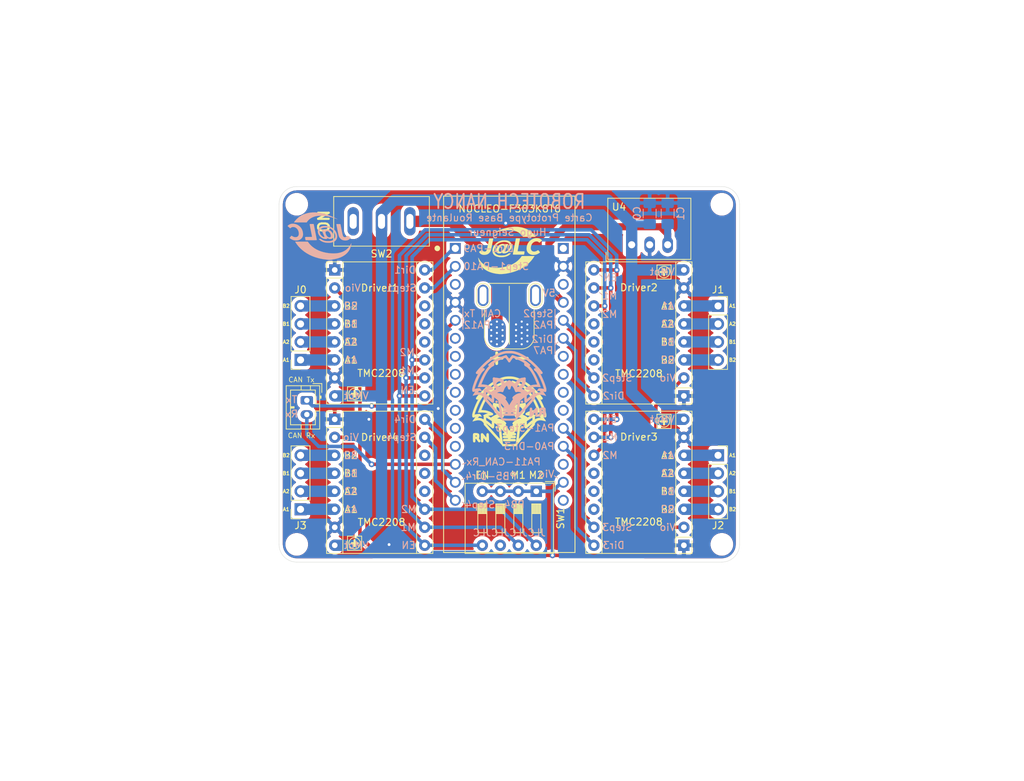
<source format=kicad_pcb>
(kicad_pcb (version 20171130) (host pcbnew "(5.1.4)-1")
  (layers (0 F.Cu signal) (31 B.Cu signal) (34 B.Paste user) (35 F.Paste user) (36 B.SilkS user) (37 F.SilkS user) (38 B.Mask user) (39 F.Mask user) (44 Edge.Cuts user))
  (net 0 "")
  (net 1 +BATT)
  (net 2 GND)
  (net 3 M2)
  (net 4 M1)
  (net 5 EN)
  (net 6 CAN_Rx)
  (net 7 CAN_Tx)
  (net 8 +5V)
  (net 9 Vio)
  (net 10 Dir2)
  (net 11 Dir1)
  (net 12 Dir0)
  (net 13 Stp3)
  (net 14 Stp2)
  (net 15 Stp1)
  (net 16 Stp0)
  (net 17 Dir3)
  (net 18 "Net-(SW1-Pad6)")
  (net 19 "Net-(SW2-Pad3)")
  (net 20 "Net-(J4-Pad1)")
  (net 21 "Net-(Driver1-Pad3)")
  (net 22 "Net-(Driver1-Pad4)")
  (net 23 "Net-(Driver1-Pad5)")
  (net 24 "Net-(Driver1-Pad6)")
  (net 25 "Net-(Driver1-Pad11)")
  (net 26 "Net-(Driver1-Pad12)")
  (net 27 "Net-(Driver1-Pad13)")
  (net 28 "Net-(Driver2-Pad3)")
  (net 29 "Net-(Driver2-Pad4)")
  (net 30 "Net-(Driver2-Pad5)")
  (net 31 "Net-(Driver2-Pad6)")
  (net 32 "Net-(Driver2-Pad11)")
  (net 33 "Net-(Driver2-Pad12)")
  (net 34 "Net-(Driver2-Pad13)")
  (net 35 "Net-(Driver3-Pad3)")
  (net 36 "Net-(Driver3-Pad4)")
  (net 37 "Net-(Driver3-Pad5)")
  (net 38 "Net-(Driver3-Pad6)")
  (net 39 "Net-(Driver3-Pad11)")
  (net 40 "Net-(Driver3-Pad12)")
  (net 41 "Net-(Driver3-Pad13)")
  (net 42 "Net-(Driver4-Pad3)")
  (net 43 "Net-(Driver4-Pad4)")
  (net 44 "Net-(Driver4-Pad5)")
  (net 45 "Net-(Driver4-Pad6)")
  (net 46 "Net-(Driver4-Pad11)")
  (net 47 "Net-(Driver4-Pad12)")
  (net 48 "Net-(Driver4-Pad13)")
  (net 49 "Net-(NUCLEO-F303K8T6-Pad4.15)")
  (net 50 "Net-(NUCLEO-F303K8T6-Pad4.13)")
  (net 51 "Net-(NUCLEO-F303K8T6-Pad3.12)")
  (net 52 "Net-(NUCLEO-F303K8T6-Pad3.11)")
  (net 53 "Net-(NUCLEO-F303K8T6-Pad4.10)")
  (net 54 "Net-(NUCLEO-F303K8T6-Pad3.10)")
  (net 55 "Net-(NUCLEO-F303K8T6-Pad4.9)")
  (net 56 "Net-(NUCLEO-F303K8T6-Pad3.9)")
  (net 57 "Net-(NUCLEO-F303K8T6-Pad4.8)")
  (net 58 "Net-(NUCLEO-F303K8T6-Pad3.8)")
  (net 59 "Net-(NUCLEO-F303K8T6-Pad4.7)")
  (net 60 "Net-(NUCLEO-F303K8T6-Pad3.7)")
  (net 61 "Net-(NUCLEO-F303K8T6-Pad3.6)")
  (net 62 "Net-(NUCLEO-F303K8T6-Pad4.3)")
  (net 63 "Net-(NUCLEO-F303K8T6-Pad3.3)")
  (net 64 "Net-(NUCLEO-F303K8T6-Pad4.1)")
  (module Trinamic_Drivers:TMC_2208_BOB (layer F.Cu) (at 92.964 87.884 180)
    (fp_text reference Driver1 (at 0.0005 6.35) (layer F.SilkS))
    (fp_text value TMC2208)
    (pad 1 thru_hole rect (at 6.35 8.89 180) (size 1.6 1.6) (drill 0.8) (layers *.Cu *.Mask) (net 2 GND))
    (pad 2 thru_hole circle (at 6.35 6.35 180) (size 1.6 1.6) (drill 0.8) (layers *.Cu *.Mask) (net 9 Vio))
    (pad 3 thru_hole circle (at 6.35 3.81 180) (size 1.6 1.6) (drill 0.8) (layers *.Cu *.Mask) (net 21 "Net-(Driver1-Pad3)"))
    (pad 4 thru_hole circle (at 6.35 1.27 180) (size 1.6 1.6) (drill 0.8) (layers *.Cu *.Mask) (net 22 "Net-(Driver1-Pad4)"))
    (pad 5 thru_hole circle (at 6.35 -1.27 180) (size 1.6 1.6) (drill 0.8) (layers *.Cu *.Mask) (net 23 "Net-(Driver1-Pad5)"))
    (pad 6 thru_hole circle (at 6.35 -3.81 180) (size 1.6 1.6) (drill 0.8) (layers *.Cu *.Mask) (net 24 "Net-(Driver1-Pad6)"))
    (pad 7 thru_hole circle (at 6.35 -6.35 180) (size 1.6 1.6) (drill 0.8) (layers *.Cu *.Mask Eco2.User) (net 2 GND))
    (pad 8 thru_hole circle (at 6.35 -8.89 180) (size 1.6 1.6) (drill 0.8) (layers *.Cu *.Mask) (net 1 +BATT))
    (pad 9 thru_hole circle (at -6.35 8.89 180) (size 1.6 1.6) (drill 0.8) (layers *.Cu *.Mask) (net 12 Dir0))
    (pad 10 thru_hole circle (at -6.35 6.35 180) (size 1.6 1.6) (drill 0.8) (layers *.Cu *.Mask) (net 16 Stp0))
    (pad 11 thru_hole circle (at -6.35 3.81 180) (size 1.6 1.6) (drill 0.8) (layers *.Cu *.Mask) (net 25 "Net-(Driver1-Pad11)"))
    (pad 12 thru_hole circle (at -6.35 1.27 180) (size 1.6 1.6) (drill 0.8) (layers *.Cu *.Mask) (net 26 "Net-(Driver1-Pad12)"))
    (pad 13 thru_hole circle (at -6.35 -1.27 180) (size 1.6 1.6) (drill 0.8) (layers *.Cu *.Mask) (net 27 "Net-(Driver1-Pad13)"))
    (pad 14 thru_hole circle (at -6.35 -3.81 180) (size 1.6 1.6) (drill 0.8) (layers *.Cu *.Mask) (net 3 M2))
    (pad 15 thru_hole circle (at -6.35 -6.35 180) (size 1.6 1.6) (drill 0.8) (layers *.Cu *.Mask) (net 4 M1))
    (pad 16 thru_hole circle (at -6.35 -8.89 180) (size 1.6 1.6) (drill 0.8) (layers *.Cu *.Mask) (net 5 EN))
  )
  (module Trinamic_Drivers:TMC_2208_BOB (layer F.Cu) (at 92.964 108.966 180)
    (fp_text reference Driver4 (at 0 6.35) (layer F.SilkS))
    (fp_text value TMC2208)
    (pad 1 thru_hole rect (at 6.35 8.89 180) (size 1.6 1.6) (drill 0.8) (layers *.Cu *.Mask) (net 2 GND))
    (pad 2 thru_hole circle (at 6.35 6.35 180) (size 1.6 1.6) (drill 0.8) (layers *.Cu *.Mask) (net 9 Vio))
    (pad 3 thru_hole circle (at 6.35 3.81 180) (size 1.6 1.6) (drill 0.8) (layers *.Cu *.Mask) (net 42 "Net-(Driver4-Pad3)"))
    (pad 4 thru_hole circle (at 6.35 1.27 180) (size 1.6 1.6) (drill 0.8) (layers *.Cu *.Mask) (net 43 "Net-(Driver4-Pad4)"))
    (pad 5 thru_hole circle (at 6.35 -1.27 180) (size 1.6 1.6) (drill 0.8) (layers *.Cu *.Mask) (net 44 "Net-(Driver4-Pad5)"))
    (pad 6 thru_hole circle (at 6.35 -3.81 180) (size 1.6 1.6) (drill 0.8) (layers *.Cu *.Mask) (net 45 "Net-(Driver4-Pad6)"))
    (pad 7 thru_hole circle (at 6.35 -6.35 180) (size 1.6 1.6) (drill 0.8) (layers *.Cu *.Mask Eco2.User) (net 2 GND))
    (pad 8 thru_hole circle (at 6.35 -8.89 180) (size 1.6 1.6) (drill 0.8) (layers *.Cu *.Mask) (net 1 +BATT))
    (pad 9 thru_hole circle (at -6.35 8.89 180) (size 1.6 1.6) (drill 0.8) (layers *.Cu *.Mask) (net 17 Dir3))
    (pad 10 thru_hole circle (at -6.35 6.35 180) (size 1.6 1.6) (drill 0.8) (layers *.Cu *.Mask) (net 13 Stp3))
    (pad 11 thru_hole circle (at -6.35 3.81 180) (size 1.6 1.6) (drill 0.8) (layers *.Cu *.Mask) (net 46 "Net-(Driver4-Pad11)"))
    (pad 12 thru_hole circle (at -6.35 1.27 180) (size 1.6 1.6) (drill 0.8) (layers *.Cu *.Mask) (net 47 "Net-(Driver4-Pad12)"))
    (pad 13 thru_hole circle (at -6.35 -1.27 180) (size 1.6 1.6) (drill 0.8) (layers *.Cu *.Mask) (net 48 "Net-(Driver4-Pad13)"))
    (pad 14 thru_hole circle (at -6.35 -3.81 180) (size 1.6 1.6) (drill 0.8) (layers *.Cu *.Mask) (net 3 M2))
    (pad 15 thru_hole circle (at -6.35 -6.35 180) (size 1.6 1.6) (drill 0.8) (layers *.Cu *.Mask) (net 4 M1))
    (pad 16 thru_hole circle (at -6.35 -8.89 180) (size 1.6 1.6) (drill 0.8) (layers *.Cu *.Mask) (net 5 EN))
  )
  (module Trinamic_Drivers:TMC_2208_BOB (layer F.Cu) (at 129.54 108.966)
    (fp_text reference Driver3 (at -0.0005 -6.4008) (layer F.SilkS))
    (fp_text value TMC2208)
    (pad 16 thru_hole circle (at -6.35 -8.89) (size 1.6 1.6) (drill 0.8) (layers *.Cu *.Mask) (net 5 EN))
    (pad 15 thru_hole circle (at -6.35 -6.35) (size 1.6 1.6) (drill 0.8) (layers *.Cu *.Mask) (net 4 M1))
    (pad 14 thru_hole circle (at -6.35 -3.81) (size 1.6 1.6) (drill 0.8) (layers *.Cu *.Mask) (net 3 M2))
    (pad 13 thru_hole circle (at -6.35 -1.27) (size 1.6 1.6) (drill 0.8) (layers *.Cu *.Mask) (net 41 "Net-(Driver3-Pad13)"))
    (pad 12 thru_hole circle (at -6.35 1.27) (size 1.6 1.6) (drill 0.8) (layers *.Cu *.Mask) (net 40 "Net-(Driver3-Pad12)"))
    (pad 11 thru_hole circle (at -6.35 3.81) (size 1.6 1.6) (drill 0.8) (layers *.Cu *.Mask) (net 39 "Net-(Driver3-Pad11)"))
    (pad 10 thru_hole circle (at -6.35 6.35) (size 1.6 1.6) (drill 0.8) (layers *.Cu *.Mask) (net 14 Stp2))
    (pad 9 thru_hole circle (at -6.35 8.89) (size 1.6 1.6) (drill 0.8) (layers *.Cu *.Mask) (net 10 Dir2))
    (pad 8 thru_hole circle (at 6.35 -8.89) (size 1.6 1.6) (drill 0.8) (layers *.Cu *.Mask) (net 1 +BATT))
    (pad 7 thru_hole circle (at 6.35 -6.35) (size 1.6 1.6) (drill 0.8) (layers *.Cu *.Mask Eco2.User) (net 2 GND))
    (pad 6 thru_hole circle (at 6.35 -3.81) (size 1.6 1.6) (drill 0.8) (layers *.Cu *.Mask) (net 38 "Net-(Driver3-Pad6)"))
    (pad 5 thru_hole circle (at 6.35 -1.27) (size 1.6 1.6) (drill 0.8) (layers *.Cu *.Mask) (net 37 "Net-(Driver3-Pad5)"))
    (pad 4 thru_hole circle (at 6.35 1.27) (size 1.6 1.6) (drill 0.8) (layers *.Cu *.Mask) (net 36 "Net-(Driver3-Pad4)"))
    (pad 3 thru_hole circle (at 6.35 3.81) (size 1.6 1.6) (drill 0.8) (layers *.Cu *.Mask) (net 35 "Net-(Driver3-Pad3)"))
    (pad 2 thru_hole circle (at 6.35 6.35) (size 1.6 1.6) (drill 0.8) (layers *.Cu *.Mask) (net 9 Vio))
    (pad 1 thru_hole rect (at 6.35 8.89) (size 1.6 1.6) (drill 0.8) (layers *.Cu *.Mask) (net 2 GND))
  )
  (module Trinamic_Drivers:TMC_2208_BOB (layer F.Cu) (at 129.54 87.884)
    (fp_text reference Driver2 (at -0.0005 -6.4008) (layer F.SilkS))
    (fp_text value TMC2208)
    (pad 1 thru_hole rect (at 6.35 8.89) (size 1.6 1.6) (drill 0.8) (layers *.Cu *.Mask) (net 2 GND))
    (pad 2 thru_hole circle (at 6.35 6.35) (size 1.6 1.6) (drill 0.8) (layers *.Cu *.Mask) (net 9 Vio))
    (pad 3 thru_hole circle (at 6.35 3.81) (size 1.6 1.6) (drill 0.8) (layers *.Cu *.Mask) (net 28 "Net-(Driver2-Pad3)"))
    (pad 4 thru_hole circle (at 6.35 1.27) (size 1.6 1.6) (drill 0.8) (layers *.Cu *.Mask) (net 29 "Net-(Driver2-Pad4)"))
    (pad 5 thru_hole circle (at 6.35 -1.27) (size 1.6 1.6) (drill 0.8) (layers *.Cu *.Mask) (net 30 "Net-(Driver2-Pad5)"))
    (pad 6 thru_hole circle (at 6.35 -3.81) (size 1.6 1.6) (drill 0.8) (layers *.Cu *.Mask) (net 31 "Net-(Driver2-Pad6)"))
    (pad 7 thru_hole circle (at 6.35 -6.35) (size 1.6 1.6) (drill 0.8) (layers *.Cu *.Mask Eco2.User) (net 2 GND))
    (pad 8 thru_hole circle (at 6.35 -8.89) (size 1.6 1.6) (drill 0.8) (layers *.Cu *.Mask) (net 1 +BATT))
    (pad 9 thru_hole circle (at -6.35 8.89) (size 1.6 1.6) (drill 0.8) (layers *.Cu *.Mask) (net 11 Dir1))
    (pad 10 thru_hole circle (at -6.35 6.35) (size 1.6 1.6) (drill 0.8) (layers *.Cu *.Mask) (net 15 Stp1))
    (pad 11 thru_hole circle (at -6.35 3.81) (size 1.6 1.6) (drill 0.8) (layers *.Cu *.Mask) (net 32 "Net-(Driver2-Pad11)"))
    (pad 12 thru_hole circle (at -6.35 1.27) (size 1.6 1.6) (drill 0.8) (layers *.Cu *.Mask) (net 33 "Net-(Driver2-Pad12)"))
    (pad 13 thru_hole circle (at -6.35 -1.27) (size 1.6 1.6) (drill 0.8) (layers *.Cu *.Mask) (net 34 "Net-(Driver2-Pad13)"))
    (pad 14 thru_hole circle (at -6.35 -3.81) (size 1.6 1.6) (drill 0.8) (layers *.Cu *.Mask) (net 3 M2))
    (pad 15 thru_hole circle (at -6.35 -6.35) (size 1.6 1.6) (drill 0.8) (layers *.Cu *.Mask) (net 4 M1))
    (pad 16 thru_hole circle (at -6.35 -8.89) (size 1.6 1.6) (drill 0.8) (layers *.Cu *.Mask) (net 5 EN))
  )
  (module Connecteurs:Alim_Cablée_2_fils (layer F.Cu) (at 111.252 87.884)
    (fp_text reference J4 hide)
    (fp_text value Conn_01x04_Male)
    (pad "" np_thru_hole oval (at 3.7 -5.3) (size 1.5 3) (drill oval 1 2.5) (layers *.Cu *.Mask))
    (pad "" np_thru_hole oval (at -3.7 -5.3) (size 1.5 3) (drill oval 1 2.5) (layers *.Cu *.Mask))
    (pad 2 smd oval (at 1.75 0) (size 2.5 4) (layers F.Cu F.Paste F.Mask) (net 2 GND))
    (pad 1 smd oval (at -1.75 0) (size 2.5 4) (layers F.Cu F.Paste F.Mask) (net 20 "Net-(J4-Pad1)"))
  )
  (module Logos:jlcpcb10x10 (layer F.Cu) (at 111.2515 75.946)
    (fp_text reference G*** hide)
    (fp_text value LOGO hide)
  )
  (module Logos:logoRobotechNancy10x10 (layer F.Cu) (at 111.2515 98.806)
    (fp_text reference G*** hide)
    (fp_text value LOGO hide)
  )
  (module Logos:jlcpcb10x10 (layer B.Cu) (at 84.5815 73.914 180)
    (fp_text reference G*** hide)
    (fp_text value LOGO hide)
  )
  (module Logos:logoRobotechNancy10x10 (layer B.Cu) (at 111.2515 95.1992 180)
    (fp_text reference G*** hide)
    (fp_text value LOGO hide)
  )
  (module MountingHole:MountingHole_2.2mm_M2_ISO7380 (layer F.Cu) (at 81.2515 117.726)
    (fp_text reference H3 hide)
    (fp_text value MountingHole)
    (pad 1 np_thru_hole circle (at 0 0) (size 2.2 2.2) (drill 2.2) (layers *.Cu *.Mask))
  )
  (module MountingHole:MountingHole_2.2mm_M2_ISO7380 (layer F.Cu) (at 141.2515 117.726)
    (fp_text reference H2 hide)
    (fp_text value MountingHole)
    (pad 1 np_thru_hole circle (at 0 0) (size 2.2 2.2) (drill 2.2) (layers *.Cu *.Mask))
  )
  (module MountingHole:MountingHole_2.2mm_M2_ISO7380 (layer F.Cu) (at 141.2515 69.726)
    (fp_text reference H1 hide)
    (fp_text value MountingHole)
    (pad 1 np_thru_hole circle (at 0 0) (size 2.2 2.2) (drill 2.2) (layers *.Cu *.Mask))
  )
  (module MountingHole:MountingHole_2.2mm_M2_ISO7380 (layer F.Cu) (at 81.2515 69.726)
    (fp_text reference H0 hide)
    (fp_text value MountingHole)
    (pad 1 np_thru_hole circle (at 0 0) (size 2.2 2.2) (drill 2.2) (layers *.Cu *.Mask))
  )
  (module Connecteurs:Switch_3_Pin (layer F.Cu) (at 93.218 72.136 180)
    (fp_text reference SW2 (at 0.0005 -4.572) (layer F.SilkS))
    (fp_text value SW_Push_SPDT)
    (pad 3 thru_hole oval (at 4 0 180) (size 1.6 4) (drill oval 1 2.1) (layers *.Cu *.Mask) (net 19 "Net-(SW2-Pad3)"))
    (pad 2 thru_hole oval (at 0 0 180) (size 1.6 4) (drill oval 1 2.1) (layers *.Cu *.Mask) (net 1 +BATT))
    (pad 1 thru_hole oval (at -4 0 180) (size 1.6 4) (drill oval 1 2.1) (layers *.Cu *.Mask) (net 20 "Net-(J4-Pad1)"))
  )
  (module Connector_JST:JST_PH_B2B-PH-K_1x02_P2.00mm_Vertical (layer F.Cu) (at 82.677 97.3963 270)
    (fp_text reference J5 hide)
    (fp_text value Conn_01x02_Female)
    (pad 2 thru_hole oval (at 2 0 270) (size 1.2 1.75) (drill 0.75) (layers *.Cu *.Mask) (net 6 CAN_Rx))
    (pad 1 thru_hole roundrect (at 0 0 270) (size 1.2 1.75) (drill 0.75) (layers *.Cu *.Mask) (roundrect_rratio 0.208333) (net 7 CAN_Tx))
  )
  (module Converter_DCDC:Converter_DCDC_RECOM_R-78E-0.5_THT (layer F.Cu) (at 128.524 75.438)
    (fp_text reference U4 (at -1.7785 -5.334) (layer F.SilkS))
    (fp_text value R-78E5.0-0.5)
    (pad 3 thru_hole oval (at 5.08 0) (size 1.5 2.3) (drill 1) (layers *.Cu *.Mask) (net 8 +5V))
    (pad 2 thru_hole oval (at 2.54 0) (size 1.5 2.3) (drill 1) (layers *.Cu *.Mask) (net 2 GND))
    (pad 1 thru_hole rect (at 0 0) (size 1.5 2.3) (drill 1) (layers *.Cu *.Mask) (net 1 +BATT))
  )
  (module Button_Switch_THT:SW_DIP_SPSTx04_Slide_9.78x12.34mm_W7.62mm_P2.54mm (layer F.Cu) (at 115.062 110.236 270)
    (fp_text reference SW1 (at 3.81 -3.42 90) (layer F.SilkS))
    (fp_text value SW_DIP_x04)
    (pad 8 thru_hole oval (at 7.62 0 270) (size 1.6 1.6) (drill 0.8) (layers *.Cu *.Mask) (net 3 M2))
    (pad 4 thru_hole oval (at 0 7.62 270) (size 1.6 1.6) (drill 0.8) (layers *.Cu *.Mask) (net 9 Vio))
    (pad 7 thru_hole oval (at 7.62 2.54 270) (size 1.6 1.6) (drill 0.8) (layers *.Cu *.Mask) (net 4 M1))
    (pad 3 thru_hole oval (at 0 5.08 270) (size 1.6 1.6) (drill 0.8) (layers *.Cu *.Mask) (net 9 Vio))
    (pad 6 thru_hole oval (at 7.62 5.08 270) (size 1.6 1.6) (drill 0.8) (layers *.Cu *.Mask) (net 18 "Net-(SW1-Pad6)"))
    (pad 2 thru_hole oval (at 0 2.54 270) (size 1.6 1.6) (drill 0.8) (layers *.Cu *.Mask) (net 9 Vio))
    (pad 5 thru_hole oval (at 7.62 7.62 270) (size 1.6 1.6) (drill 0.8) (layers *.Cu *.Mask) (net 5 EN))
    (pad 1 thru_hole rect (at 0 0 270) (size 1.6 1.6) (drill 0.8) (layers *.Cu *.Mask) (net 9 Vio))
  )
  (module Connector_PinSocket_2.54mm:PinSocket_1x04_P2.54mm_Vertical (layer F.Cu) (at 81.788 112.776 180)
    (fp_text reference J3 (at 0 -2.286) (layer F.SilkS))
    (fp_text value Conn_01x04_Female)
    (pad 4 thru_hole oval (at 0 7.62 180) (size 1.7 1.7) (drill 1) (layers *.Cu *.Mask) (net 42 "Net-(Driver4-Pad3)"))
    (pad 3 thru_hole oval (at 0 5.08 180) (size 1.7 1.7) (drill 1) (layers *.Cu *.Mask) (net 43 "Net-(Driver4-Pad4)"))
    (pad 2 thru_hole oval (at 0 2.54 180) (size 1.7 1.7) (drill 1) (layers *.Cu *.Mask) (net 44 "Net-(Driver4-Pad5)"))
    (pad 1 thru_hole rect (at 0 0 180) (size 1.7 1.7) (drill 1) (layers *.Cu *.Mask) (net 45 "Net-(Driver4-Pad6)"))
  )
  (module Connector_PinSocket_2.54mm:PinSocket_1x04_P2.54mm_Vertical (layer F.Cu) (at 140.716 105.156)
    (fp_text reference J2 (at -0.0005 9.906) (layer F.SilkS))
    (fp_text value Conn_01x04_Female)
    (pad 4 thru_hole oval (at 0 7.62) (size 1.7 1.7) (drill 1) (layers *.Cu *.Mask) (net 35 "Net-(Driver3-Pad3)"))
    (pad 3 thru_hole oval (at 0 5.08) (size 1.7 1.7) (drill 1) (layers *.Cu *.Mask) (net 36 "Net-(Driver3-Pad4)"))
    (pad 2 thru_hole oval (at 0 2.54) (size 1.7 1.7) (drill 1) (layers *.Cu *.Mask) (net 37 "Net-(Driver3-Pad5)"))
    (pad 1 thru_hole rect (at 0 0) (size 1.7 1.7) (drill 1) (layers *.Cu *.Mask) (net 38 "Net-(Driver3-Pad6)"))
  )
  (module Connector_PinSocket_2.54mm:PinSocket_1x04_P2.54mm_Vertical (layer F.Cu) (at 140.716 84.074)
    (fp_text reference J1 (at 0 -2.286) (layer F.SilkS))
    (fp_text value Conn_01x04_Female)
    (pad 4 thru_hole oval (at 0 7.62) (size 1.7 1.7) (drill 1) (layers *.Cu *.Mask) (net 28 "Net-(Driver2-Pad3)"))
    (pad 3 thru_hole oval (at 0 5.08) (size 1.7 1.7) (drill 1) (layers *.Cu *.Mask) (net 29 "Net-(Driver2-Pad4)"))
    (pad 2 thru_hole oval (at 0 2.54) (size 1.7 1.7) (drill 1) (layers *.Cu *.Mask) (net 30 "Net-(Driver2-Pad5)"))
    (pad 1 thru_hole rect (at 0 0) (size 1.7 1.7) (drill 1) (layers *.Cu *.Mask) (net 31 "Net-(Driver2-Pad6)"))
  )
  (module Connector_PinSocket_2.54mm:PinSocket_1x04_P2.54mm_Vertical (layer F.Cu) (at 81.788 91.694 180)
    (fp_text reference J0 (at 0.0005 9.906) (layer F.SilkS))
    (fp_text value Conn_01x04_Female)
    (pad 4 thru_hole oval (at 0 7.62 180) (size 1.7 1.7) (drill 1) (layers *.Cu *.Mask) (net 21 "Net-(Driver1-Pad3)"))
    (pad 3 thru_hole oval (at 0 5.08 180) (size 1.7 1.7) (drill 1) (layers *.Cu *.Mask) (net 22 "Net-(Driver1-Pad4)"))
    (pad 2 thru_hole oval (at 0 2.54 180) (size 1.7 1.7) (drill 1) (layers *.Cu *.Mask) (net 23 "Net-(Driver1-Pad5)"))
    (pad 1 thru_hole rect (at 0 0 180) (size 1.7 1.7) (drill 1) (layers *.Cu *.Mask) (net 24 "Net-(Driver1-Pad6)"))
  )
  (module Capacitor_SMD:C_1206_3216Metric_Pad1.42x1.75mm_HandSolder (layer B.Cu) (at 133.604 71.0295 90)
    (fp_text reference C1 (at 0 1.82 90) (layer B.SilkS) (effects (justify mirror)))
    (fp_text value 10u)
    (pad 2 smd roundrect (at 1.4875 0 90) (size 1.425 1.75) (layers B.Cu B.Paste B.Mask) (roundrect_rratio 0.175439) (net 2 GND))
    (pad 1 smd roundrect (at -1.4875 0 90) (size 1.425 1.75) (layers B.Cu B.Paste B.Mask) (roundrect_rratio 0.175439) (net 8 +5V))
  )
  (module Capacitor_SMD:C_1206_3216Metric_Pad1.42x1.75mm_HandSolder (layer B.Cu) (at 131.064 71.0295 90)
    (fp_text reference C0 (at 0.0365 -1.778 90) (layer B.SilkS) (effects (justify mirror)))
    (fp_text value 10u)
    (pad 2 smd roundrect (at 1.4875 0 90) (size 1.425 1.75) (layers B.Cu B.Paste B.Mask) (roundrect_rratio 0.175439) (net 2 GND))
    (pad 1 smd roundrect (at -1.4875 0 90) (size 1.425 1.75) (layers B.Cu B.Paste B.Mask) (roundrect_rratio 0.175439) (net 1 +BATT))
  )
  (module NUCLEO-F303K8:MODULE_NUCLEO-F303K8 (layer F.Cu) (at 111.2515 93.726)
    (fp_text reference NUCLEO-F303K8T6 (at 0.0508 -23.368) (layer F.SilkS))
    (fp_text value NUCLEO-F303K8)
    (pad 4.15 thru_hole circle (at 7.62 17.78) (size 1.53 1.53) (drill 1.02) (layers *.Cu *.Mask) (net 49 "Net-(NUCLEO-F303K8T6-Pad4.15)"))
    (pad 3.15 thru_hole circle (at -7.62 17.78) (size 1.53 1.53) (drill 1.02) (layers *.Cu *.Mask) (net 13 Stp3))
    (pad 4.14 thru_hole circle (at 7.62 15.24) (size 1.53 1.53) (drill 1.02) (layers *.Cu *.Mask) (net 9 Vio))
    (pad 3.14 thru_hole circle (at -7.62 15.24) (size 1.53 1.53) (drill 1.02) (layers *.Cu *.Mask) (net 17 Dir3))
    (pad 4.13 thru_hole circle (at 7.62 12.7) (size 1.53 1.53) (drill 1.02) (layers *.Cu *.Mask) (net 50 "Net-(NUCLEO-F303K8T6-Pad4.13)"))
    (pad 3.13 thru_hole circle (at -7.62 12.7) (size 1.53 1.53) (drill 1.02) (layers *.Cu *.Mask) (net 6 CAN_Rx))
    (pad 4.12 thru_hole circle (at 7.62 10.16) (size 1.53 1.53) (drill 1.02) (layers *.Cu *.Mask) (net 10 Dir2))
    (pad 3.12 thru_hole circle (at -7.62 10.16) (size 1.53 1.53) (drill 1.02) (layers *.Cu *.Mask) (net 51 "Net-(NUCLEO-F303K8T6-Pad3.12)"))
    (pad 4.11 thru_hole circle (at 7.62 7.62) (size 1.53 1.53) (drill 1.02) (layers *.Cu *.Mask) (net 14 Stp2))
    (pad 3.11 thru_hole circle (at -7.62 7.62) (size 1.53 1.53) (drill 1.02) (layers *.Cu *.Mask) (net 52 "Net-(NUCLEO-F303K8T6-Pad3.11)"))
    (pad 4.10 thru_hole circle (at 7.62 5.08) (size 1.53 1.53) (drill 1.02) (layers *.Cu *.Mask) (net 53 "Net-(NUCLEO-F303K8T6-Pad4.10)"))
    (pad 3.10 thru_hole circle (at -7.62 5.08) (size 1.53 1.53) (drill 1.02) (layers *.Cu *.Mask) (net 54 "Net-(NUCLEO-F303K8T6-Pad3.10)"))
    (pad 4.9 thru_hole circle (at 7.62 2.54) (size 1.53 1.53) (drill 1.02) (layers *.Cu *.Mask) (net 55 "Net-(NUCLEO-F303K8T6-Pad4.9)"))
    (pad 3.9 thru_hole circle (at -7.62 2.54) (size 1.53 1.53) (drill 1.02) (layers *.Cu *.Mask) (net 56 "Net-(NUCLEO-F303K8T6-Pad3.9)"))
    (pad 4.8 thru_hole circle (at 7.62 0) (size 1.53 1.53) (drill 1.02) (layers *.Cu *.Mask) (net 57 "Net-(NUCLEO-F303K8T6-Pad4.8)"))
    (pad 3.8 thru_hole circle (at -7.62 0) (size 1.53 1.53) (drill 1.02) (layers *.Cu *.Mask) (net 58 "Net-(NUCLEO-F303K8T6-Pad3.8)"))
    (pad 4.7 thru_hole circle (at 7.62 -2.54) (size 1.53 1.53) (drill 1.02) (layers *.Cu *.Mask) (net 59 "Net-(NUCLEO-F303K8T6-Pad4.7)"))
    (pad 3.7 thru_hole circle (at -7.62 -2.54) (size 1.53 1.53) (drill 1.02) (layers *.Cu *.Mask) (net 60 "Net-(NUCLEO-F303K8T6-Pad3.7)"))
    (pad 4.6 thru_hole circle (at 7.62 -5.08) (size 1.53 1.53) (drill 1.02) (layers *.Cu *.Mask) (net 11 Dir1))
    (pad 3.6 thru_hole circle (at -7.62 -5.08) (size 1.53 1.53) (drill 1.02) (layers *.Cu *.Mask) (net 61 "Net-(NUCLEO-F303K8T6-Pad3.6)"))
    (pad 4.5 thru_hole circle (at 7.62 -7.62) (size 1.53 1.53) (drill 1.02) (layers *.Cu *.Mask) (net 15 Stp1))
    (pad 3.5 thru_hole circle (at -7.62 -7.62) (size 1.53 1.53) (drill 1.02) (layers *.Cu *.Mask) (net 7 CAN_Tx))
    (pad 4.4 thru_hole circle (at 7.62 -10.16) (size 1.53 1.53) (drill 1.02) (layers *.Cu *.Mask) (net 8 +5V))
    (pad 3.4 thru_hole circle (at -7.62 -10.16) (size 1.53 1.53) (drill 1.02) (layers *.Cu *.Mask) (net 2 GND))
    (pad 4.3 thru_hole circle (at 7.62 -12.7) (size 1.53 1.53) (drill 1.02) (layers *.Cu *.Mask) (net 62 "Net-(NUCLEO-F303K8T6-Pad4.3)"))
    (pad 3.3 thru_hole circle (at -7.62 -12.7) (size 1.53 1.53) (drill 1.02) (layers *.Cu *.Mask) (net 63 "Net-(NUCLEO-F303K8T6-Pad3.3)"))
    (pad 4.2 thru_hole circle (at 7.62 -15.24) (size 1.53 1.53) (drill 1.02) (layers *.Cu *.Mask) (net 2 GND))
    (pad 3.2 thru_hole circle (at -7.62 -15.24) (size 1.53 1.53) (drill 1.02) (layers *.Cu *.Mask) (net 16 Stp0))
    (pad 4.1 thru_hole rect (at 7.62 -17.78) (size 1.53 1.53) (drill 1.02) (layers *.Cu *.Mask) (net 64 "Net-(NUCLEO-F303K8T6-Pad4.1)"))
    (pad 3.1 thru_hole rect (at -7.62 -17.78) (size 1.53 1.53) (drill 1.02) (layers *.Cu *.Mask) (net 12 Dir0))
  )
  (gr_line (start 124.3579 79.9592) (end 124.0023 79.6544) (layer B.SilkS) (width 0.12))
  (gr_line (start 124.3579 82.4992) (end 124.0023 82.1944) (layer B.SilkS) (width 0.12))
  (gr_line (start 124.3579 85.09) (end 123.9515 84.7344) (layer B.SilkS) (width 0.12))
  (gr_line (start 105.1047 106.2228) (end 104.6475 106.426) (layer B.SilkS) (width 0.12))
  (gr_line (start 104.6983 85.9028) (end 104.4951 85.9028) (layer B.SilkS) (width 0.12))
  (gr_line (start 104.6983 84.3788) (end 104.6983 87.376) (layer B.SilkS) (width 0.12))
  (gr_line (start 117.7031 89.5096) (end 118.1095 89.2048) (layer B.SilkS) (width 0.12))
  (gr_line (start 117.7031 88.0364) (end 117.7031 90.932) (layer B.SilkS) (width 0.12))
  (gr_line (start 117.7031 85.9028) (end 117.9063 85.9028) (layer B.SilkS) (width 0.12))
  (gr_line (start 117.7031 87.2744) (end 117.7031 84.5312) (layer B.SilkS) (width 0.12))
  (gr_line (start 104.9523 112.014) (end 104.5967 111.76) (layer B.SilkS) (width 0.12))
  (gr_line (start 104.9523 108.4072) (end 104.5459 108.6104) (layer B.SilkS) (width 0.12))
  (gr_line (start 118.0587 108.3564) (end 117.6015 108.0516) (layer B.SilkS) (width 0.12))
  (gr_line (start 117.8047 82.4484) (end 118.2111 82.804) (layer B.SilkS) (width 0.12))
  (gr_line (start 98.2975 96.4946) (end 97.7895 96.139) (layer B.SilkS) (width 0.12))
  (gr_line (start 98.3483 93.8276) (end 97.8403 93.472) (layer B.SilkS) (width 0.12))
  (gr_line (start 98.3483 91.186) (end 97.8403 90.8304) (layer B.SilkS) (width 0.12))
  (gr_text "Carte Prototype Base Roulante" (at 111.2515 71.628) (layer B.SilkS) (effects (font (size 1 1)) (justify mirror)))
  (gr_text "CAN Rx" (at 81.9145 102.362) (layer F.SilkS) (effects (font (size 0.7 0.7) (thickness 0.1))))
  (gr_text "CAN Tx" (at 81.9145 94.488) (layer F.SilkS) (effects (font (size 0.7 0.7) (thickness 0.1))))
  (gr_text TMC2208 (at 93.1667 93.5736) (layer F.SilkS) (effects (font (size 1 1))))
  (gr_text TMC2208 (at 93.2175 114.6048) (layer F.SilkS) (effects (font (size 1 1))))
  (gr_text TMC2208 (at 129.5395 114.554) (layer F.SilkS) (effects (font (size 1 1))))
  (gr_text TMC2208 (at 129.5395 93.6244) (layer F.SilkS) (effects (font (size 1 1))))
  (gr_text - (at 113.0295 91.313) (layer F.SilkS) (effects (font (size 2 2) (thickness 0.4))))
  (gr_text + (at 109.4735 91.313) (layer F.SilkS) (effects (font (size 2 2) (thickness 0.4))))
  (gr_text B2 (at 79.7555 84.074) (layer F.SilkS) (effects (font (size 0.5 0.5) (thickness 0.125))))
  (gr_text A2 (at 79.7555 89.154) (layer F.SilkS) (effects (font (size 0.5 0.5) (thickness 0.125))))
  (gr_text B1 (at 79.7555 86.614) (layer F.SilkS) (effects (font (size 0.5 0.5) (thickness 0.125))))
  (gr_text A1 (at 79.7555 91.694) (layer F.SilkS) (effects (font (size 0.5 0.5) (thickness 0.125))))
  (gr_text B2 (at 79.7555 105.156) (layer F.SilkS) (effects (font (size 0.5 0.5) (thickness 0.125))))
  (gr_text B1 (at 79.7555 107.696) (layer F.SilkS) (effects (font (size 0.5 0.5) (thickness 0.125))))
  (gr_text A1 (at 79.7555 112.776) (layer F.SilkS) (effects (font (size 0.5 0.5) (thickness 0.125))))
  (gr_text A2 (at 79.7555 110.236) (layer F.SilkS) (effects (font (size 0.5 0.5) (thickness 0.125))))
  (gr_text A2 (at 142.7475 107.696) (layer F.SilkS) (effects (font (size 0.5 0.5) (thickness 0.125))))
  (gr_text B1 (at 142.7515 110.236) (layer F.SilkS) (effects (font (size 0.5 0.5) (thickness 0.125))))
  (gr_text A1 (at 142.7475 105.156) (layer F.SilkS) (effects (font (size 0.5 0.5) (thickness 0.125))))
  (gr_text B2 (at 142.7515 112.776) (layer F.SilkS) (effects (font (size 0.5 0.5) (thickness 0.125))))
  (gr_text A2 (at 142.7475 86.614) (layer F.SilkS) (effects (font (size 0.5 0.5) (thickness 0.125))))
  (gr_text A1 (at 142.7475 84.074) (layer F.SilkS) (effects (font (size 0.5 0.5) (thickness 0.125))))
  (gr_text B2 (at 142.7515 91.694) (layer F.SilkS) (effects (font (size 0.5 0.5) (thickness 0.125))))
  (gr_text B1 (at 142.7515 89.154) (layer F.SilkS) (effects (font (size 0.5 0.5) (thickness 0.125))))
  (gr_text Vio (at 116.4839 107.7976) (layer B.SilkS) (effects (font (size 1 1)) (justify mirror)))
  (gr_text PA0-Dir3 (at 117.7031 103.886) (layer B.SilkS) (effects (font (size 1 1)) (justify left mirror)))
  (gr_text PA1-Step3 (at 117.7031 101.2952) (layer B.SilkS) (effects (font (size 1 1)) (justify left mirror)))
  (gr_text "Dir2\nPA7" (at 117.5507 89.5604) (layer B.SilkS) (effects (font (size 1 1)) (justify left mirror)))
  (gr_text "Step2\nPA2" (at 117.5507 85.9536) (layer B.SilkS) (effects (font (size 1 1)) (justify left mirror)))
  (gr_text 5V (at 117.8555 82.2452) (layer B.SilkS) (effects (font (size 1 1)) (justify left mirror)))
  (gr_text VMot (at 89.6615 96.774) (layer B.SilkS) (effects (font (size 1 1)) (justify mirror)))
  (gr_text VMot (at 89.6615 117.856) (layer B.SilkS) (effects (font (size 1 1)) (justify mirror)))
  (gr_text VMot (at 132.8415 100.076) (layer B.SilkS) (effects (font (size 1 1)) (justify mirror)))
  (gr_text VMot (at 132.8415 79.248) (layer B.SilkS) (effects (font (size 1 1)) (justify mirror)))
  (gr_text M2 (at 125.4247 85.2424) (layer B.SilkS) (effects (font (size 1 1)) (justify mirror)))
  (gr_text EN (at 125.5263 80.0608) (layer B.SilkS) (effects (font (size 1 1)) (justify mirror)))
  (gr_text M1 (at 125.4247 82.6516) (layer B.SilkS) (effects (font (size 1 1)) (justify mirror)))
  (gr_text EN (at 125.4755 100.076) (layer B.SilkS) (effects (font (size 1 1)) (justify mirror)))
  (gr_text M1 (at 125.4755 102.616) (layer B.SilkS) (effects (font (size 1 1)) (justify mirror)))
  (gr_text M2 (at 125.4755 105.156) (layer B.SilkS) (effects (font (size 1 1)) (justify mirror)))
  (gr_text Vio (at 133.6035 115.316) (layer B.SilkS) (effects (font (size 1 1)) (justify mirror)))
  (gr_text Vio (at 133.6035 94.234) (layer B.SilkS) (effects (font (size 1 1)) (justify mirror)))
  (gr_text Vio (at 89.1535 81.534) (layer B.SilkS) (effects (font (size 1 1)) (justify mirror)))
  (gr_text Vio (at 88.8995 102.616) (layer B.SilkS) (effects (font (size 1 1)) (justify mirror)))
  (gr_text EN (at 97.0275 117.856) (layer B.SilkS) (effects (font (size 1 1)) (justify mirror)))
  (gr_text M1 (at 96.9767 115.316) (layer B.SilkS) (effects (font (size 1 1)) (justify mirror)))
  (gr_text M2 (at 97.0275 112.776) (layer B.SilkS) (effects (font (size 1 1)) (justify mirror)))
  (gr_text EN (at 96.8751 95.9612) (layer B.SilkS) (effects (font (size 1 1)) (justify mirror)))
  (gr_text M1 (at 96.8243 93.218) (layer B.SilkS) (effects (font (size 1 1)) (justify mirror)))
  (gr_text M2 (at 96.8243 90.6272) (layer B.SilkS) (effects (font (size 1 1)) (justify mirror)))
  (gr_text Rx (at 80.5175 99.314) (layer B.SilkS) (effects (font (size 1 1)) (justify mirror)))
  (gr_text Tx (at 80.5175 97.282) (layer B.SilkS) (effects (font (size 1 1)) (justify mirror)))
  (gr_text B2 (at 88.8995 84.074) (layer B.SilkS) (effects (font (size 1 1)) (justify mirror)))
  (gr_text B1 (at 88.8995 86.614) (layer B.SilkS) (effects (font (size 1 1)) (justify mirror)))
  (gr_text "A1\n" (at 88.8995 91.694) (layer B.SilkS) (effects (font (size 1 1)) (justify mirror)))
  (gr_text A2 (at 88.8995 89.154) (layer B.SilkS) (effects (font (size 1 1)) (justify mirror)))
  (gr_text "A1\n" (at 88.8995 112.776) (layer B.SilkS) (effects (font (size 1 1)) (justify mirror)))
  (gr_text B1 (at 88.8995 107.696) (layer B.SilkS) (effects (font (size 1 1)) (justify mirror)))
  (gr_text B2 (at 88.8995 105.156) (layer B.SilkS) (effects (font (size 1 1)) (justify mirror)))
  (gr_text A2 (at 88.8995 110.236) (layer B.SilkS) (effects (font (size 1 1)) (justify mirror)))
  (gr_text B2 (at 133.6035 112.776) (layer B.SilkS) (effects (font (size 1 1)) (justify mirror)))
  (gr_text A2 (at 133.6035 107.696) (layer B.SilkS) (effects (font (size 1 1)) (justify mirror)))
  (gr_text "A1\n" (at 133.6035 105.156) (layer B.SilkS) (effects (font (size 1 1)) (justify mirror)))
  (gr_text B1 (at 133.6035 110.236) (layer B.SilkS) (effects (font (size 1 1)) (justify mirror)))
  (gr_text B2 (at 133.6035 91.694) (layer B.SilkS) (effects (font (size 1 1)) (justify mirror)))
  (gr_text B1 (at 133.6035 89.154) (layer B.SilkS) (effects (font (size 1 1)) (justify mirror)))
  (gr_text A2 (at 133.6035 86.614) (layer B.SilkS) (effects (font (size 1 1)) (justify mirror)))
  (gr_text "A1\n" (at 133.6035 84.074) (layer B.SilkS) (effects (font (size 1 1)) (justify mirror)))
  (gr_text Dir3 (at 125.9835 117.856) (layer B.SilkS) (effects (font (size 1 1)) (justify mirror)))
  (gr_text Step3 (at 126.4915 115.316) (layer B.SilkS) (effects (font (size 1 1)) (justify mirror)))
  (gr_text "Dir2\n" (at 125.9835 96.774) (layer B.SilkS) (effects (font (size 1 1)) (justify mirror)))
  (gr_text "Step2\n" (at 126.4915 94.234) (layer B.SilkS) (effects (font (size 1 1)) (justify mirror)))
  (gr_text Step1 (at 96.0115 81.534) (layer B.SilkS) (effects (font (size 1 1)) (justify mirror)))
  (gr_text Dir1 (at 96.5195 78.994) (layer B.SilkS) (effects (font (size 1 1)) (justify mirror)))
  (gr_text Step4 (at 96.0115 102.616) (layer B.SilkS) (effects (font (size 1 1)) (justify mirror)))
  (gr_text Dir4 (at 96.5195 100.076) (layer B.SilkS) (effects (font (size 1 1)) (justify mirror)))
  (gr_text Dir1-PA9 (at 104.6983 75.946) (layer B.SilkS) (effects (font (size 1 1)) (justify right mirror)))
  (gr_text Step1-PA10 (at 104.6983 78.486) (layer B.SilkS) (effects (font (size 1 1)) (justify right mirror)))
  (gr_text PA11-CAN_Rx (at 105.1047 106.0704) (layer B.SilkS) (effects (font (size 1 1)) (justify right mirror)))
  (gr_text "CAN Tx\nPA12" (at 104.7491 85.9536) (layer B.SilkS) (effects (font (size 1 1)) (justify right mirror)))
  (gr_text PB4-Step4 (at 104.9015 112.1156) (layer B.SilkS) (effects (font (size 1 1)) (justify right mirror)))
  (gr_text PB5-Dir4 (at 104.9523 108.1024) (layer B.SilkS) (effects (font (size 1 1)) (justify right mirror)))
  (gr_text M2 (at 115.0615 107.95) (layer F.SilkS) (effects (font (size 1 1))))
  (gr_text M1 (at 112.5215 107.95) (layer F.SilkS) (effects (font (size 1 1))))
  (gr_text EN (at 107.4415 107.95) (layer F.SilkS) (effects (font (size 1 1))))
  (gr_text ON (at 85.0895 72.136 90) (layer F.SilkS) (effects (font (size 1.5 1.5) (thickness 0.3))))
  (gr_text A2 (at 88.8995 89.154) (layer F.SilkS) (effects (font (size 1 1))))
  (gr_text B1 (at 88.8995 86.614) (layer F.SilkS) (effects (font (size 1 1))))
  (gr_text A1 (at 88.8995 91.694) (layer F.SilkS) (effects (font (size 1 1))))
  (gr_text B2 (at 88.8995 84.074) (layer F.SilkS) (effects (font (size 1 1))))
  (gr_text B2 (at 88.8995 105.156) (layer F.SilkS) (effects (font (size 1 1))))
  (gr_text A1 (at 88.8995 112.776) (layer F.SilkS) (effects (font (size 1 1))))
  (gr_text A2 (at 88.8995 110.236) (layer F.SilkS) (effects (font (size 1 1))))
  (gr_text B1 (at 88.8995 107.696) (layer F.SilkS) (effects (font (size 1 1))))
  (gr_text A2 (at 133.6035 107.696) (layer F.SilkS) (effects (font (size 1 1))))
  (gr_text A1 (at 133.6035 105.156) (layer F.SilkS) (effects (font (size 1 1))))
  (gr_text B2 (at 133.6035 112.776) (layer F.SilkS) (effects (font (size 1 1))))
  (gr_text B1 (at 133.6035 110.236) (layer F.SilkS) (effects (font (size 1 1))))
  (gr_text B2 (at 133.6035 91.694) (layer F.SilkS) (effects (font (size 1 1))))
  (gr_text B1 (at 133.6035 89.154) (layer F.SilkS) (effects (font (size 1 1))))
  (gr_text A2 (at 133.6035 86.614) (layer F.SilkS) (effects (font (size 1 1))))
  (gr_text A1 (at 133.6035 84.074) (layer F.SilkS) (effects (font (size 1 1))))
  (gr_text "Hugo Seigneur" (at 110.9975 73.66) (layer B.SilkS) (effects (font (size 1 1)) (justify mirror)))
  (gr_text "ROBOTECH NANCY" (at 111.2515 69.342) (layer B.SilkS) (effects (font (size 2 1.6) (thickness 0.25)) (justify mirror)))
  (gr_line (start 141.2515 67.226) (end 81.2515 67.226) (layer Edge.Cuts) (width 0.05))
  (gr_line (start 143.7515 117.726) (end 143.7515 69.726) (layer Edge.Cuts) (width 0.05))
  (gr_line (start 81.2515 120.226) (end 141.2515 120.226) (layer Edge.Cuts) (width 0.05))
  (gr_line (start 78.7515 117.726) (end 78.7515 69.726) (layer Edge.Cuts) (width 0.05))
  (gr_arc (start 81.2515 117.726) (end 78.7515 117.726) (angle -90) (layer Edge.Cuts) (width 0.05))
  (gr_arc (start 141.2515 117.726) (end 141.2515 120.226) (angle -90) (layer Edge.Cuts) (width 0.05))
  (gr_arc (start 141.2515 69.726) (end 143.7515 69.726) (angle -90) (layer Edge.Cuts) (width 0.05))
  (gr_arc (start 81.2515 69.726) (end 81.2515 67.226) (angle -90) (layer Edge.Cuts) (width 0.05))
  (gr_text JLCJLCJLCJLC (at 111.2515 116.078) (layer B.SilkS) (effects (font (size 1 1)) (justify mirror)))
  (segment (start 93.218 72.136) (end 93.218 94.996) (width 1.6) (layer B.Cu) (net 1))
  (segment (start 89.662 117.856) (end 86.614 117.856) (width 1.6) (layer B.Cu) (net 1))
  (segment (start 93.218 94.996) (end 93.218 114.3) (width 1.6) (layer B.Cu) (net 1))
  (segment (start 93.218 114.3) (end 89.662 117.856) (width 1.6) (layer B.Cu) (net 1))
  (segment (start 128.778 78.994) (end 135.89 78.994) (width 1.6) (layer B.Cu) (net 1))
  (segment (start 128.524 78.74) (end 128.778 78.994) (width 1.6) (layer B.Cu) (net 1))
  (segment (start 128.524 75.438) (end 128.524 78.74) (width 1.6) (layer B.Cu) (net 1))
  (segment (start 132.334 100.076) (end 135.89 100.076) (width 1.6) (layer B.Cu) (net 1))
  (segment (start 128.524 78.74) (end 128.524 96.266) (width 1.6) (layer B.Cu) (net 1))
  (segment (start 128.524 96.266) (end 132.334 100.076) (width 1.6) (layer B.Cu) (net 1))
  (segment (start 93.218 96.774) (end 86.614 96.774) (width 1.6) (layer B.Cu) (net 1))
  (segment (start 128.524 72.517) (end 128.524 75.438) (width 1.6) (layer B.Cu) (net 1))
  (segment (start 125.14299 69.13599) (end 128.524 72.517) (width 1.6) (layer B.Cu) (net 1))
  (segment (start 95.01801 69.13599) (end 125.14299 69.13599) (width 1.6) (layer B.Cu) (net 1))
  (segment (start 93.218 72.136) (end 93.218 70.936) (width 1.6) (layer B.Cu) (net 1))
  (segment (start 93.218 70.936) (end 95.01801 69.13599) (width 1.6) (layer B.Cu) (net 1))
  (segment (start 128.524 72.517) (end 131.064 72.517) (width 1) (layer B.Cu) (net 1))
  (via (at 94.2843 117.7544) (size 0.8) (drill 0.4) (layers F.Cu B.Cu) (net 2))
  (via (at 91.44 100.076) (size 0.8) (drill 0.4) (layers F.Cu B.Cu) (net 2))
  (via (at 101.219 98.552) (size 0.8) (drill 0.4) (layers F.Cu B.Cu) (net 2))
  (via (at 110.7435 72.39) (size 0.8) (drill 0.4) (layers F.Cu B.Cu) (net 2))
  (segment (start 113.002 87.884) (end 113.002 87.884) (width 1.6) (layer F.Cu) (net 2))
  (via (at 113.002 87.884) (size 0.4) (drill 0.3) (layers F.Cu B.Cu) (net 2))
  (via (at 112.202 89.084) (size 0.4) (drill 0.3) (layers F.Cu B.Cu) (net 2))
  (via (at 113.802 87.484) (size 0.4) (drill 0.3) (layers F.Cu B.Cu) (net 2))
  (via (at 113.802 86.684) (size 0.4) (drill 0.3) (layers F.Cu B.Cu) (net 2))
  (via (at 112.202 88.284) (size 0.4) (drill 0.3) (layers F.Cu B.Cu) (net 2))
  (via (at 113.002 87.084) (size 0.4) (drill 0.3) (layers F.Cu B.Cu) (net 2))
  (via (at 112.202 87.484) (size 0.4) (drill 0.3) (layers F.Cu B.Cu) (net 2))
  (via (at 113.002 86.284) (size 0.4) (drill 0.3) (layers F.Cu B.Cu) (net 2))
  (via (at 112.202 86.684) (size 0.4) (drill 0.3) (layers F.Cu B.Cu) (net 2))
  (via (at 113.802 88.284) (size 0.4) (drill 0.3) (layers F.Cu B.Cu) (net 2))
  (via (at 113.002 88.684) (size 0.4) (drill 0.3) (layers F.Cu B.Cu) (net 2))
  (via (at 113.802 89.084) (size 0.4) (drill 0.3) (layers F.Cu B.Cu) (net 2))
  (via (at 113.002 89.484) (size 0.4) (drill 0.3) (layers F.Cu B.Cu) (net 2))
  (segment (start 113.002 87.084) (end 113.002 88.684) (width 2.5) (layer B.Cu) (net 2))
  (segment (start 109.982 112.776) (end 99.314 112.776) (width 0.5) (layer B.Cu) (net 3))
  (segment (start 115.062 117.856) (end 109.982 112.776) (width 0.5) (layer B.Cu) (net 3))
  (via (at 124.714 84.074) (size 0.8) (drill 0.4) (layers F.Cu B.Cu) (net 3))
  (segment (start 124.714 103.632) (end 123.19 105.156) (width 0.5) (layer F.Cu) (net 3))
  (segment (start 124.714 84.074) (end 124.714 103.632) (width 0.5) (layer F.Cu) (net 3))
  (segment (start 123.19 84.074) (end 124.714 84.074) (width 0.5) (layer F.Cu) (net 3))
  (segment (start 97.536 91.694) (end 99.314 91.694) (width 0.5) (layer F.Cu) (net 3))
  (via (at 97.536 91.694) (size 0.8) (drill 0.4) (layers F.Cu B.Cu) (net 3))
  (segment (start 124.714 77.216) (end 124.714 84.074) (width 0.5) (layer B.Cu) (net 3))
  (segment (start 122.228999 74.730999) (end 124.714 77.216) (width 0.5) (layer B.Cu) (net 3))
  (segment (start 99.948999 74.730999) (end 122.228999 74.730999) (width 0.5) (layer B.Cu) (net 3))
  (segment (start 97.536 91.694) (end 97.536 77.143998) (width 0.5) (layer B.Cu) (net 3))
  (segment (start 97.536 77.143998) (end 99.948999 74.730999) (width 0.5) (layer B.Cu) (net 3))
  (segment (start 97.536 110.998) (end 97.536 91.694) (width 0.5) (layer B.Cu) (net 3))
  (segment (start 99.314 112.776) (end 97.536 110.998) (width 0.5) (layer B.Cu) (net 3))
  (segment (start 109.982 115.316) (end 99.314 115.316) (width 0.5) (layer B.Cu) (net 4))
  (segment (start 112.522 117.856) (end 109.982 115.316) (width 0.5) (layer B.Cu) (net 4))
  (via (at 125.564 81.534) (size 0.8) (drill 0.4) (layers F.Cu B.Cu) (net 4))
  (segment (start 125.564 102.616) (end 123.19 102.616) (width 0.5) (layer B.Cu) (net 4))
  (segment (start 125.564 81.534) (end 125.564 102.616) (width 0.5) (layer F.Cu) (net 4))
  (via (at 125.564 102.616) (size 0.8) (drill 0.4) (layers F.Cu B.Cu) (net 4))
  (segment (start 123.19 81.534) (end 125.564 81.534) (width 0.5) (layer F.Cu) (net 4))
  (segment (start 125.564 77.076035) (end 125.564 80.968315) (width 0.5) (layer B.Cu) (net 4))
  (segment (start 96.686 94.234) (end 99.314 94.234) (width 0.5) (layer F.Cu) (net 4))
  (segment (start 96.686 94.234) (end 96.686 77.004033) (width 0.5) (layer B.Cu) (net 4))
  (segment (start 96.686 77.004033) (end 99.659045 74.030988) (width 0.5) (layer B.Cu) (net 4))
  (segment (start 99.659045 74.030988) (end 122.518953 74.030988) (width 0.5) (layer B.Cu) (net 4))
  (segment (start 125.564 80.968315) (end 125.564 81.534) (width 0.5) (layer B.Cu) (net 4))
  (segment (start 122.518953 74.030988) (end 125.564 77.076035) (width 0.5) (layer B.Cu) (net 4))
  (via (at 96.686 94.234) (size 0.8) (drill 0.4) (layers F.Cu B.Cu) (net 4))
  (segment (start 96.686 94.799685) (end 96.686 94.234) (width 0.5) (layer B.Cu) (net 4))
  (segment (start 99.314 115.316) (end 96.686 112.688) (width 0.5) (layer B.Cu) (net 4))
  (segment (start 96.686 112.688) (end 96.686 94.799685) (width 0.5) (layer B.Cu) (net 4))
  (segment (start 107.442 117.856) (end 99.314 117.856) (width 0.5) (layer B.Cu) (net 5))
  (via (at 126.414 78.994) (size 0.8) (drill 0.4) (layers F.Cu B.Cu) (net 5))
  (via (at 126.414 100.076) (size 0.8) (drill 0.4) (layers F.Cu B.Cu) (net 5))
  (segment (start 126.414 78.994) (end 126.414 100.076) (width 0.5) (layer F.Cu) (net 5))
  (segment (start 126.414 100.076) (end 123.19 100.076) (width 0.5) (layer B.Cu) (net 5))
  (segment (start 123.19 78.994) (end 126.414 78.994) (width 0.5) (layer F.Cu) (net 5))
  (segment (start 126.414 78.428315) (end 126.414 78.994) (width 0.5) (layer B.Cu) (net 5))
  (segment (start 126.414 76.93607) (end 126.414 78.428315) (width 0.5) (layer B.Cu) (net 5))
  (segment (start 122.808907 73.330977) (end 126.414 76.93607) (width 0.5) (layer B.Cu) (net 5))
  (segment (start 95.758 96.774) (end 99.314 96.774) (width 0.5) (layer F.Cu) (net 5))
  (segment (start 95.758 76.942068) (end 99.369091 73.330977) (width 0.5) (layer B.Cu) (net 5))
  (segment (start 99.369091 73.330977) (end 122.808907 73.330977) (width 0.5) (layer B.Cu) (net 5))
  (segment (start 95.758 96.774) (end 95.758 76.942068) (width 0.5) (layer B.Cu) (net 5))
  (via (at 95.758 96.774) (size 0.8) (drill 0.4) (layers F.Cu B.Cu) (net 5))
  (segment (start 95.758 114.3) (end 95.758 96.774) (width 0.5) (layer B.Cu) (net 5))
  (segment (start 99.314 117.856) (end 95.758 114.3) (width 0.5) (layer B.Cu) (net 5))
  (via (at 91.818 106.426) (size 0.8) (drill 0.4) (layers F.Cu B.Cu) (net 6))
  (segment (start 103.6315 106.426) (end 91.818 106.426) (width 0.5) (layer F.Cu) (net 6))
  (segment (start 82.677 100.4963) (end 82.677 99.3963) (width 0.5) (layer B.Cu) (net 6))
  (segment (start 82.677 102.235) (end 82.677 100.4963) (width 0.5) (layer B.Cu) (net 6))
  (segment (start 84.347999 103.905999) (end 82.677 102.235) (width 0.5) (layer B.Cu) (net 6))
  (segment (start 89.300999 103.905999) (end 84.347999 103.905999) (width 0.5) (layer B.Cu) (net 6))
  (segment (start 91.818 106.426) (end 91.818 106.423) (width 0.5) (layer B.Cu) (net 6))
  (segment (start 91.818 106.423) (end 89.300999 103.905999) (width 0.5) (layer B.Cu) (net 6))
  (via (at 91.818 98.174) (size 0.8) (drill 0.4) (layers F.Cu B.Cu) (net 7))
  (segment (start 99.764002 98.174) (end 91.818 98.174) (width 0.5) (layer F.Cu) (net 7))
  (segment (start 102.416499 95.521503) (end 99.764002 98.174) (width 0.5) (layer F.Cu) (net 7))
  (segment (start 103.6315 86.106) (end 102.416499 87.321001) (width 0.5) (layer F.Cu) (net 7))
  (segment (start 102.416499 87.321001) (end 102.416499 95.521503) (width 0.5) (layer F.Cu) (net 7))
  (segment (start 83.4547 98.174) (end 82.677 97.3963) (width 0.5) (layer B.Cu) (net 7))
  (segment (start 91.818 98.174) (end 83.4547 98.174) (width 0.5) (layer B.Cu) (net 7))
  (segment (start 118.106501 82.801001) (end 118.8715 83.566) (width 1) (layer F.Cu) (net 8))
  (segment (start 133.604 73.914) (end 132.588 72.898) (width 1) (layer F.Cu) (net 8))
  (segment (start 133.604 75.438) (end 133.604 73.914) (width 1) (layer F.Cu) (net 8))
  (segment (start 132.588 72.898) (end 119.129498 72.898) (width 1) (layer F.Cu) (net 8))
  (segment (start 119.129498 72.898) (end 116.84 75.187498) (width 1) (layer F.Cu) (net 8))
  (segment (start 116.84 75.187498) (end 116.84 81.5345) (width 1) (layer F.Cu) (net 8))
  (segment (start 116.84 81.5345) (end 118.106501 82.801001) (width 1) (layer F.Cu) (net 8))
  (segment (start 133.604 72.517) (end 133.604 75.438) (width 1) (layer B.Cu) (net 8))
  (segment (start 115.062 110.236) (end 112.522 110.236) (width 0.5) (layer B.Cu) (net 9))
  (segment (start 112.522 110.236) (end 109.982 110.236) (width 0.5) (layer B.Cu) (net 9))
  (segment (start 107.442 110.236) (end 109.982 110.236) (width 0.5) (layer B.Cu) (net 9))
  (segment (start 117.094 110.236) (end 115.062 110.236) (width 0.5) (layer B.Cu) (net 9))
  (segment (start 117.348 110.236) (end 117.094 110.236) (width 0.5) (layer B.Cu) (net 9))
  (segment (start 118.618 108.966) (end 117.348 110.236) (width 0.5) (layer B.Cu) (net 9))
  (segment (start 118.8715 108.966) (end 118.618 108.966) (width 0.5) (layer B.Cu) (net 9))
  (segment (start 131.934001 98.189999) (end 135.89 94.234) (width 0.5) (layer F.Cu) (net 9))
  (segment (start 132.08 115.316) (end 135.89 115.316) (width 0.5) (layer F.Cu) (net 9))
  (segment (start 131.934001 115.461999) (end 132.08 115.316) (width 0.5) (layer F.Cu) (net 9))
  (segment (start 131.934001 115.461999) (end 131.934001 98.189999) (width 0.5) (layer F.Cu) (net 9))
  (segment (start 90.17 85.09) (end 86.614 81.534) (width 0.5) (layer F.Cu) (net 9))
  (segment (start 90.043 102.616) (end 90.17 102.743) (width 0.5) (layer F.Cu) (net 9))
  (segment (start 86.614 102.616) (end 90.043 102.616) (width 0.5) (layer F.Cu) (net 9))
  (segment (start 90.17 102.743) (end 90.17 85.09) (width 0.5) (layer F.Cu) (net 9))
  (segment (start 92.855999 119.271999) (end 90.17 116.586) (width 0.5) (layer F.Cu) (net 9))
  (segment (start 116.948001 119.271999) (end 92.855999 119.271999) (width 0.5) (layer F.Cu) (net 9))
  (segment (start 90.17 116.586) (end 90.17 102.743) (width 0.5) (layer F.Cu) (net 9))
  (segment (start 117.747999 119.271999) (end 129.394001 119.271999) (width 0.5) (layer F.Cu) (net 9))
  (segment (start 129.394001 119.271999) (end 131.934001 116.731999) (width 0.5) (layer F.Cu) (net 9))
  (segment (start 117.348 119.2784) (end 117.747999 119.271999) (width 0.5) (layer F.Cu) (net 9))
  (segment (start 131.934001 116.731999) (end 131.934001 115.461999) (width 0.5) (layer F.Cu) (net 9))
  (segment (start 117.348 110.236) (end 117.348 119.2784) (width 0.5) (layer B.Cu) (net 9))
  (segment (start 117.348 119.2784) (end 116.948001 119.271999) (width 0.5) (layer F.Cu) (net 9))
  (via (at 117.348 119.2784) (size 0.8) (drill 0.4) (layers F.Cu B.Cu) (net 9))
  (segment (start 122.390001 117.056001) (end 123.19 117.856) (width 0.5) (layer B.Cu) (net 10))
  (segment (start 120.65 115.316) (end 122.390001 117.056001) (width 0.5) (layer B.Cu) (net 10))
  (segment (start 118.8715 103.886) (end 120.65 105.6645) (width 0.5) (layer B.Cu) (net 10))
  (segment (start 120.65 105.6645) (end 120.65 115.316) (width 0.5) (layer B.Cu) (net 10))
  (segment (start 122.390001 95.974001) (end 123.19 96.774) (width 0.5) (layer B.Cu) (net 11))
  (segment (start 120.65 94.234) (end 122.390001 95.974001) (width 0.5) (layer B.Cu) (net 11))
  (segment (start 118.8715 88.646) (end 120.65 90.4245) (width 0.5) (layer B.Cu) (net 11))
  (segment (start 120.65 90.4245) (end 120.65 94.234) (width 0.5) (layer B.Cu) (net 11))
  (segment (start 100.33 78.994) (end 99.314 78.994) (width 0.5) (layer B.Cu) (net 12))
  (segment (start 103.6315 75.946) (end 103.378 75.946) (width 0.5) (layer B.Cu) (net 12))
  (segment (start 103.378 75.946) (end 100.33 78.994) (width 0.5) (layer B.Cu) (net 12))
  (segment (start 103.6315 111.5055) (end 103.6315 111.506) (width 0.5) (layer B.Cu) (net 13))
  (segment (start 102.866501 110.741001) (end 103.6315 111.506) (width 0.5) (layer B.Cu) (net 13))
  (segment (start 100.838 108.7125) (end 102.866501 110.741001) (width 0.5) (layer B.Cu) (net 13))
  (segment (start 99.314 102.616) (end 100.838 104.14) (width 0.5) (layer B.Cu) (net 13))
  (segment (start 100.838 104.14) (end 100.838 108.7125) (width 0.5) (layer B.Cu) (net 13))
  (segment (start 122.390001 114.516001) (end 123.19 115.316) (width 0.5) (layer B.Cu) (net 14))
  (segment (start 121.666 113.792) (end 122.390001 114.516001) (width 0.5) (layer B.Cu) (net 14))
  (segment (start 121.666 104.130149) (end 121.666 113.792) (width 0.5) (layer B.Cu) (net 14))
  (segment (start 118.8715 101.346) (end 118.881851 101.346) (width 0.5) (layer B.Cu) (net 14))
  (segment (start 118.881851 101.346) (end 121.666 104.130149) (width 0.5) (layer B.Cu) (net 14))
  (segment (start 122.390001 93.434001) (end 123.19 94.234) (width 0.5) (layer B.Cu) (net 15))
  (segment (start 121.666 92.71) (end 122.390001 93.434001) (width 0.5) (layer B.Cu) (net 15))
  (segment (start 118.8715 86.106) (end 121.666 88.9005) (width 0.5) (layer B.Cu) (net 15))
  (segment (start 121.666 88.9005) (end 121.666 92.71) (width 0.5) (layer B.Cu) (net 15))
  (segment (start 100.5835 81.534) (end 99.314 81.534) (width 0.5) (layer B.Cu) (net 16))
  (segment (start 103.6315 78.486) (end 100.5835 81.534) (width 0.5) (layer B.Cu) (net 16))
  (segment (start 103.6315 108.966) (end 103.6315 108.9655) (width 0.5) (layer B.Cu) (net 17))
  (segment (start 102.866501 108.201001) (end 103.6315 108.966) (width 0.5) (layer B.Cu) (net 17))
  (segment (start 102.866501 108.200501) (end 102.866501 108.201001) (width 0.5) (layer B.Cu) (net 17))
  (segment (start 101.854 107.188) (end 102.866501 108.200501) (width 0.5) (layer B.Cu) (net 17))
  (segment (start 99.314 100.076) (end 101.854 102.616) (width 0.5) (layer B.Cu) (net 17))
  (segment (start 101.854 102.616) (end 101.854 107.188) (width 0.5) (layer B.Cu) (net 17))
  (segment (start 86.614 84.074) (end 81.788 84.074) (width 1.6) (layer B.Cu) (net 21))
  (segment (start 86.614 86.614) (end 81.788 86.614) (width 1.6) (layer B.Cu) (net 22))
  (segment (start 86.614 89.154) (end 81.788 89.154) (width 1.6) (layer B.Cu) (net 23))
  (segment (start 86.614 91.694) (end 81.788 91.694) (width 1.6) (layer B.Cu) (net 24))
  (segment (start 135.89 91.694) (end 140.716 91.694) (width 1.6) (layer B.Cu) (net 28))
  (segment (start 135.89 89.154) (end 140.716 89.154) (width 1.6) (layer B.Cu) (net 29))
  (segment (start 135.89 86.614) (end 140.716 86.614) (width 1.6) (layer B.Cu) (net 30))
  (segment (start 135.89 84.074) (end 140.716 84.074) (width 1.6) (layer B.Cu) (net 31))
  (segment (start 135.89 112.776) (end 140.716 112.776) (width 1.6) (layer B.Cu) (net 35))
  (segment (start 135.89 110.236) (end 140.716 110.236) (width 1.6) (layer B.Cu) (net 36))
  (segment (start 135.89 107.696) (end 140.716 107.696) (width 1.6) (layer B.Cu) (net 37))
  (segment (start 135.89 105.156) (end 140.716 105.156) (width 1.6) (layer B.Cu) (net 38))
  (segment (start 86.614 105.156) (end 81.788 105.156) (width 1.6) (layer B.Cu) (net 42))
  (segment (start 86.614 107.696) (end 81.788 107.696) (width 1.6) (layer B.Cu) (net 43))
  (segment (start 86.614 110.236) (end 81.788 110.236) (width 1.6) (layer B.Cu) (net 44))
  (segment (start 86.614 112.776) (end 81.788 112.776) (width 1.6) (layer B.Cu) (net 45))
  (segment (start 99.618 72.136) (end 97.218 72.136) (width 1.6) (layer F.Cu) (net 20))
  (segment (start 103.151502 72.136) (end 99.618 72.136) (width 1.6) (layer F.Cu) (net 20))
  (segment (start 109.502 78.486498) (end 103.151502 72.136) (width 1.6) (layer F.Cu) (net 20))
  (segment (start 109.502 87.884) (end 109.502 87.884) (width 1.6) (layer F.Cu) (net 20))
  (segment (start 109.502 87.884) (end 109.502 78.486498) (width 1.6) (layer F.Cu) (net 20))
  (via (at 109.502 87.884) (size 0.4) (drill 0.3) (layers F.Cu B.Cu) (net 20))
  (via (at 110.302 89.084) (size 0.4) (drill 0.3) (layers F.Cu B.Cu) (net 20))
  (via (at 108.702 87.484) (size 0.4) (drill 0.3) (layers F.Cu B.Cu) (net 20))
  (via (at 108.702 86.684) (size 0.4) (drill 0.3) (layers F.Cu B.Cu) (net 20))
  (via (at 110.302 88.284) (size 0.4) (drill 0.3) (layers F.Cu B.Cu) (net 20))
  (via (at 109.502 87.084) (size 0.4) (drill 0.3) (layers F.Cu B.Cu) (net 20))
  (via (at 110.302 87.484) (size 0.4) (drill 0.3) (layers F.Cu B.Cu) (net 20))
  (via (at 109.502 86.284) (size 0.4) (drill 0.3) (layers F.Cu B.Cu) (net 20))
  (via (at 110.302 86.684) (size 0.4) (drill 0.3) (layers F.Cu B.Cu) (net 20))
  (via (at 108.702 88.284) (size 0.4) (drill 0.3) (layers F.Cu B.Cu) (net 20))
  (via (at 109.502 88.684) (size 0.4) (drill 0.3) (layers F.Cu B.Cu) (net 20))
  (via (at 108.702 89.084) (size 0.4) (drill 0.3) (layers F.Cu B.Cu) (net 20))
  (via (at 109.502 89.484) (size 0.4) (drill 0.3) (layers F.Cu B.Cu) (net 20))
  (segment (start 109.502 87.084) (end 109.502 88.684) (width 2.5) (layer B.Cu) (net 20))
  (zone (net 2) (net_name GND) (layer B.Cu) (connect_pads (clearance 0.508)) (min_thickness 0.254) (fill yes (arc_segments 32) (thermal_gap 0.508) (thermal_bridge_width 0.508))
    (polygon (pts (xy 59.436 44.149126) (xy 174.752 45.165126) (xy 178.816 135.589126) (xy 98.044 149.305126) (xy 39.37 115.777126) (xy 59.69 44.149126)))
  )
  (zone (net 2) (net_name GND) (layer F.Cu) (connect_pads (clearance 0.508)) (min_thickness 0.254) (fill yes (arc_segments 32) (thermal_gap 0.508) (thermal_bridge_width 0.508))
    (polygon (pts (xy 60.96 47.752) (xy 116.586 40.894) (xy 183.896 58.166) (xy 180.594 140.716) (xy 74.676 151.13) (xy 42.672 95.758)))
  )
)
</source>
